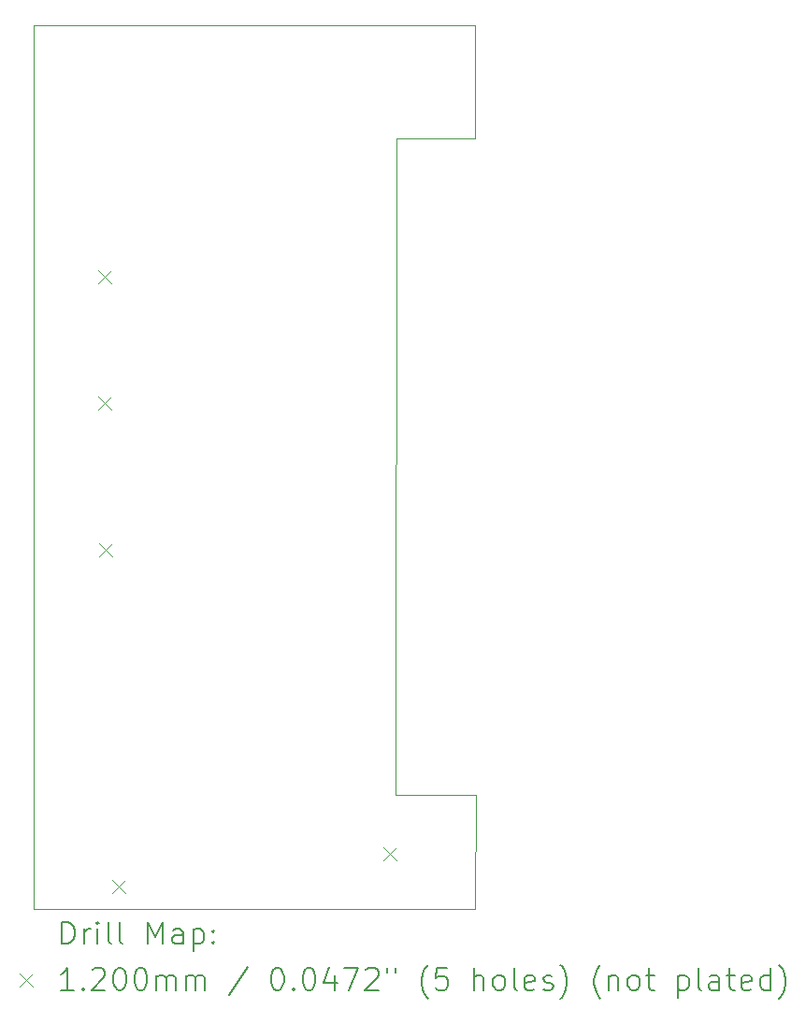
<source format=gbr>
%TF.GenerationSoftware,KiCad,Pcbnew,7.0.10*%
%TF.CreationDate,2024-02-04T23:07:43+01:00*%
%TF.ProjectId,splitflappcb,73706c69-7466-46c6-9170-7063622e6b69,rev?*%
%TF.SameCoordinates,Original*%
%TF.FileFunction,Drillmap*%
%TF.FilePolarity,Positive*%
%FSLAX45Y45*%
G04 Gerber Fmt 4.5, Leading zero omitted, Abs format (unit mm)*
G04 Created by KiCad (PCBNEW 7.0.10) date 2024-02-04 23:07:43*
%MOMM*%
%LPD*%
G01*
G04 APERTURE LIST*
%ADD10C,0.100000*%
%ADD11C,0.200000*%
%ADD12C,0.120000*%
G04 APERTURE END LIST*
D10*
X6700000Y-4700000D02*
X10700000Y-4700000D01*
X10696000Y-5728000D02*
X9982000Y-5728000D01*
X9982000Y-5728000D02*
X9978000Y-11672000D01*
X10700000Y-12700000D02*
X6700000Y-12700000D01*
X6700000Y-12700000D02*
X6700000Y-4700000D01*
X10701000Y-11672000D02*
X10700000Y-12700000D01*
X9978000Y-11672000D02*
X10701000Y-11672000D01*
X10696000Y-5728000D02*
X10700000Y-4700000D01*
D11*
D12*
X7285000Y-6916000D02*
X7405000Y-7036000D01*
X7405000Y-6916000D02*
X7285000Y-7036000D01*
X7286500Y-8063000D02*
X7406500Y-8183000D01*
X7406500Y-8063000D02*
X7286500Y-8183000D01*
X7291000Y-9391000D02*
X7411000Y-9511000D01*
X7411000Y-9391000D02*
X7291000Y-9511000D01*
X7412000Y-12437000D02*
X7532000Y-12557000D01*
X7532000Y-12437000D02*
X7412000Y-12557000D01*
X9868000Y-12141000D02*
X9988000Y-12261000D01*
X9988000Y-12141000D02*
X9868000Y-12261000D01*
D11*
X6955777Y-13016484D02*
X6955777Y-12816484D01*
X6955777Y-12816484D02*
X7003396Y-12816484D01*
X7003396Y-12816484D02*
X7031967Y-12826008D01*
X7031967Y-12826008D02*
X7051015Y-12845055D01*
X7051015Y-12845055D02*
X7060539Y-12864103D01*
X7060539Y-12864103D02*
X7070062Y-12902198D01*
X7070062Y-12902198D02*
X7070062Y-12930769D01*
X7070062Y-12930769D02*
X7060539Y-12968865D01*
X7060539Y-12968865D02*
X7051015Y-12987912D01*
X7051015Y-12987912D02*
X7031967Y-13006960D01*
X7031967Y-13006960D02*
X7003396Y-13016484D01*
X7003396Y-13016484D02*
X6955777Y-13016484D01*
X7155777Y-13016484D02*
X7155777Y-12883150D01*
X7155777Y-12921246D02*
X7165301Y-12902198D01*
X7165301Y-12902198D02*
X7174824Y-12892674D01*
X7174824Y-12892674D02*
X7193872Y-12883150D01*
X7193872Y-12883150D02*
X7212920Y-12883150D01*
X7279586Y-13016484D02*
X7279586Y-12883150D01*
X7279586Y-12816484D02*
X7270062Y-12826008D01*
X7270062Y-12826008D02*
X7279586Y-12835531D01*
X7279586Y-12835531D02*
X7289110Y-12826008D01*
X7289110Y-12826008D02*
X7279586Y-12816484D01*
X7279586Y-12816484D02*
X7279586Y-12835531D01*
X7403396Y-13016484D02*
X7384348Y-13006960D01*
X7384348Y-13006960D02*
X7374824Y-12987912D01*
X7374824Y-12987912D02*
X7374824Y-12816484D01*
X7508158Y-13016484D02*
X7489110Y-13006960D01*
X7489110Y-13006960D02*
X7479586Y-12987912D01*
X7479586Y-12987912D02*
X7479586Y-12816484D01*
X7736729Y-13016484D02*
X7736729Y-12816484D01*
X7736729Y-12816484D02*
X7803396Y-12959341D01*
X7803396Y-12959341D02*
X7870062Y-12816484D01*
X7870062Y-12816484D02*
X7870062Y-13016484D01*
X8051015Y-13016484D02*
X8051015Y-12911722D01*
X8051015Y-12911722D02*
X8041491Y-12892674D01*
X8041491Y-12892674D02*
X8022443Y-12883150D01*
X8022443Y-12883150D02*
X7984348Y-12883150D01*
X7984348Y-12883150D02*
X7965301Y-12892674D01*
X8051015Y-13006960D02*
X8031967Y-13016484D01*
X8031967Y-13016484D02*
X7984348Y-13016484D01*
X7984348Y-13016484D02*
X7965301Y-13006960D01*
X7965301Y-13006960D02*
X7955777Y-12987912D01*
X7955777Y-12987912D02*
X7955777Y-12968865D01*
X7955777Y-12968865D02*
X7965301Y-12949817D01*
X7965301Y-12949817D02*
X7984348Y-12940293D01*
X7984348Y-12940293D02*
X8031967Y-12940293D01*
X8031967Y-12940293D02*
X8051015Y-12930769D01*
X8146253Y-12883150D02*
X8146253Y-13083150D01*
X8146253Y-12892674D02*
X8165301Y-12883150D01*
X8165301Y-12883150D02*
X8203396Y-12883150D01*
X8203396Y-12883150D02*
X8222443Y-12892674D01*
X8222443Y-12892674D02*
X8231967Y-12902198D01*
X8231967Y-12902198D02*
X8241491Y-12921246D01*
X8241491Y-12921246D02*
X8241491Y-12978388D01*
X8241491Y-12978388D02*
X8231967Y-12997436D01*
X8231967Y-12997436D02*
X8222443Y-13006960D01*
X8222443Y-13006960D02*
X8203396Y-13016484D01*
X8203396Y-13016484D02*
X8165301Y-13016484D01*
X8165301Y-13016484D02*
X8146253Y-13006960D01*
X8327205Y-12997436D02*
X8336729Y-13006960D01*
X8336729Y-13006960D02*
X8327205Y-13016484D01*
X8327205Y-13016484D02*
X8317682Y-13006960D01*
X8317682Y-13006960D02*
X8327205Y-12997436D01*
X8327205Y-12997436D02*
X8327205Y-13016484D01*
X8327205Y-12892674D02*
X8336729Y-12902198D01*
X8336729Y-12902198D02*
X8327205Y-12911722D01*
X8327205Y-12911722D02*
X8317682Y-12902198D01*
X8317682Y-12902198D02*
X8327205Y-12892674D01*
X8327205Y-12892674D02*
X8327205Y-12911722D01*
D12*
X6575000Y-13285000D02*
X6695000Y-13405000D01*
X6695000Y-13285000D02*
X6575000Y-13405000D01*
D11*
X7060539Y-13436484D02*
X6946253Y-13436484D01*
X7003396Y-13436484D02*
X7003396Y-13236484D01*
X7003396Y-13236484D02*
X6984348Y-13265055D01*
X6984348Y-13265055D02*
X6965301Y-13284103D01*
X6965301Y-13284103D02*
X6946253Y-13293627D01*
X7146253Y-13417436D02*
X7155777Y-13426960D01*
X7155777Y-13426960D02*
X7146253Y-13436484D01*
X7146253Y-13436484D02*
X7136729Y-13426960D01*
X7136729Y-13426960D02*
X7146253Y-13417436D01*
X7146253Y-13417436D02*
X7146253Y-13436484D01*
X7231967Y-13255531D02*
X7241491Y-13246008D01*
X7241491Y-13246008D02*
X7260539Y-13236484D01*
X7260539Y-13236484D02*
X7308158Y-13236484D01*
X7308158Y-13236484D02*
X7327205Y-13246008D01*
X7327205Y-13246008D02*
X7336729Y-13255531D01*
X7336729Y-13255531D02*
X7346253Y-13274579D01*
X7346253Y-13274579D02*
X7346253Y-13293627D01*
X7346253Y-13293627D02*
X7336729Y-13322198D01*
X7336729Y-13322198D02*
X7222443Y-13436484D01*
X7222443Y-13436484D02*
X7346253Y-13436484D01*
X7470062Y-13236484D02*
X7489110Y-13236484D01*
X7489110Y-13236484D02*
X7508158Y-13246008D01*
X7508158Y-13246008D02*
X7517682Y-13255531D01*
X7517682Y-13255531D02*
X7527205Y-13274579D01*
X7527205Y-13274579D02*
X7536729Y-13312674D01*
X7536729Y-13312674D02*
X7536729Y-13360293D01*
X7536729Y-13360293D02*
X7527205Y-13398388D01*
X7527205Y-13398388D02*
X7517682Y-13417436D01*
X7517682Y-13417436D02*
X7508158Y-13426960D01*
X7508158Y-13426960D02*
X7489110Y-13436484D01*
X7489110Y-13436484D02*
X7470062Y-13436484D01*
X7470062Y-13436484D02*
X7451015Y-13426960D01*
X7451015Y-13426960D02*
X7441491Y-13417436D01*
X7441491Y-13417436D02*
X7431967Y-13398388D01*
X7431967Y-13398388D02*
X7422443Y-13360293D01*
X7422443Y-13360293D02*
X7422443Y-13312674D01*
X7422443Y-13312674D02*
X7431967Y-13274579D01*
X7431967Y-13274579D02*
X7441491Y-13255531D01*
X7441491Y-13255531D02*
X7451015Y-13246008D01*
X7451015Y-13246008D02*
X7470062Y-13236484D01*
X7660539Y-13236484D02*
X7679586Y-13236484D01*
X7679586Y-13236484D02*
X7698634Y-13246008D01*
X7698634Y-13246008D02*
X7708158Y-13255531D01*
X7708158Y-13255531D02*
X7717682Y-13274579D01*
X7717682Y-13274579D02*
X7727205Y-13312674D01*
X7727205Y-13312674D02*
X7727205Y-13360293D01*
X7727205Y-13360293D02*
X7717682Y-13398388D01*
X7717682Y-13398388D02*
X7708158Y-13417436D01*
X7708158Y-13417436D02*
X7698634Y-13426960D01*
X7698634Y-13426960D02*
X7679586Y-13436484D01*
X7679586Y-13436484D02*
X7660539Y-13436484D01*
X7660539Y-13436484D02*
X7641491Y-13426960D01*
X7641491Y-13426960D02*
X7631967Y-13417436D01*
X7631967Y-13417436D02*
X7622443Y-13398388D01*
X7622443Y-13398388D02*
X7612920Y-13360293D01*
X7612920Y-13360293D02*
X7612920Y-13312674D01*
X7612920Y-13312674D02*
X7622443Y-13274579D01*
X7622443Y-13274579D02*
X7631967Y-13255531D01*
X7631967Y-13255531D02*
X7641491Y-13246008D01*
X7641491Y-13246008D02*
X7660539Y-13236484D01*
X7812920Y-13436484D02*
X7812920Y-13303150D01*
X7812920Y-13322198D02*
X7822443Y-13312674D01*
X7822443Y-13312674D02*
X7841491Y-13303150D01*
X7841491Y-13303150D02*
X7870063Y-13303150D01*
X7870063Y-13303150D02*
X7889110Y-13312674D01*
X7889110Y-13312674D02*
X7898634Y-13331722D01*
X7898634Y-13331722D02*
X7898634Y-13436484D01*
X7898634Y-13331722D02*
X7908158Y-13312674D01*
X7908158Y-13312674D02*
X7927205Y-13303150D01*
X7927205Y-13303150D02*
X7955777Y-13303150D01*
X7955777Y-13303150D02*
X7974824Y-13312674D01*
X7974824Y-13312674D02*
X7984348Y-13331722D01*
X7984348Y-13331722D02*
X7984348Y-13436484D01*
X8079586Y-13436484D02*
X8079586Y-13303150D01*
X8079586Y-13322198D02*
X8089110Y-13312674D01*
X8089110Y-13312674D02*
X8108158Y-13303150D01*
X8108158Y-13303150D02*
X8136729Y-13303150D01*
X8136729Y-13303150D02*
X8155777Y-13312674D01*
X8155777Y-13312674D02*
X8165301Y-13331722D01*
X8165301Y-13331722D02*
X8165301Y-13436484D01*
X8165301Y-13331722D02*
X8174824Y-13312674D01*
X8174824Y-13312674D02*
X8193872Y-13303150D01*
X8193872Y-13303150D02*
X8222443Y-13303150D01*
X8222443Y-13303150D02*
X8241491Y-13312674D01*
X8241491Y-13312674D02*
X8251015Y-13331722D01*
X8251015Y-13331722D02*
X8251015Y-13436484D01*
X8641491Y-13226960D02*
X8470063Y-13484103D01*
X8898634Y-13236484D02*
X8917682Y-13236484D01*
X8917682Y-13236484D02*
X8936729Y-13246008D01*
X8936729Y-13246008D02*
X8946253Y-13255531D01*
X8946253Y-13255531D02*
X8955777Y-13274579D01*
X8955777Y-13274579D02*
X8965301Y-13312674D01*
X8965301Y-13312674D02*
X8965301Y-13360293D01*
X8965301Y-13360293D02*
X8955777Y-13398388D01*
X8955777Y-13398388D02*
X8946253Y-13417436D01*
X8946253Y-13417436D02*
X8936729Y-13426960D01*
X8936729Y-13426960D02*
X8917682Y-13436484D01*
X8917682Y-13436484D02*
X8898634Y-13436484D01*
X8898634Y-13436484D02*
X8879587Y-13426960D01*
X8879587Y-13426960D02*
X8870063Y-13417436D01*
X8870063Y-13417436D02*
X8860539Y-13398388D01*
X8860539Y-13398388D02*
X8851015Y-13360293D01*
X8851015Y-13360293D02*
X8851015Y-13312674D01*
X8851015Y-13312674D02*
X8860539Y-13274579D01*
X8860539Y-13274579D02*
X8870063Y-13255531D01*
X8870063Y-13255531D02*
X8879587Y-13246008D01*
X8879587Y-13246008D02*
X8898634Y-13236484D01*
X9051015Y-13417436D02*
X9060539Y-13426960D01*
X9060539Y-13426960D02*
X9051015Y-13436484D01*
X9051015Y-13436484D02*
X9041491Y-13426960D01*
X9041491Y-13426960D02*
X9051015Y-13417436D01*
X9051015Y-13417436D02*
X9051015Y-13436484D01*
X9184348Y-13236484D02*
X9203396Y-13236484D01*
X9203396Y-13236484D02*
X9222444Y-13246008D01*
X9222444Y-13246008D02*
X9231968Y-13255531D01*
X9231968Y-13255531D02*
X9241491Y-13274579D01*
X9241491Y-13274579D02*
X9251015Y-13312674D01*
X9251015Y-13312674D02*
X9251015Y-13360293D01*
X9251015Y-13360293D02*
X9241491Y-13398388D01*
X9241491Y-13398388D02*
X9231968Y-13417436D01*
X9231968Y-13417436D02*
X9222444Y-13426960D01*
X9222444Y-13426960D02*
X9203396Y-13436484D01*
X9203396Y-13436484D02*
X9184348Y-13436484D01*
X9184348Y-13436484D02*
X9165301Y-13426960D01*
X9165301Y-13426960D02*
X9155777Y-13417436D01*
X9155777Y-13417436D02*
X9146253Y-13398388D01*
X9146253Y-13398388D02*
X9136729Y-13360293D01*
X9136729Y-13360293D02*
X9136729Y-13312674D01*
X9136729Y-13312674D02*
X9146253Y-13274579D01*
X9146253Y-13274579D02*
X9155777Y-13255531D01*
X9155777Y-13255531D02*
X9165301Y-13246008D01*
X9165301Y-13246008D02*
X9184348Y-13236484D01*
X9422444Y-13303150D02*
X9422444Y-13436484D01*
X9374825Y-13226960D02*
X9327206Y-13369817D01*
X9327206Y-13369817D02*
X9451015Y-13369817D01*
X9508158Y-13236484D02*
X9641491Y-13236484D01*
X9641491Y-13236484D02*
X9555777Y-13436484D01*
X9708158Y-13255531D02*
X9717682Y-13246008D01*
X9717682Y-13246008D02*
X9736729Y-13236484D01*
X9736729Y-13236484D02*
X9784349Y-13236484D01*
X9784349Y-13236484D02*
X9803396Y-13246008D01*
X9803396Y-13246008D02*
X9812920Y-13255531D01*
X9812920Y-13255531D02*
X9822444Y-13274579D01*
X9822444Y-13274579D02*
X9822444Y-13293627D01*
X9822444Y-13293627D02*
X9812920Y-13322198D01*
X9812920Y-13322198D02*
X9698634Y-13436484D01*
X9698634Y-13436484D02*
X9822444Y-13436484D01*
X9898634Y-13236484D02*
X9898634Y-13274579D01*
X9974825Y-13236484D02*
X9974825Y-13274579D01*
X10270063Y-13512674D02*
X10260539Y-13503150D01*
X10260539Y-13503150D02*
X10241491Y-13474579D01*
X10241491Y-13474579D02*
X10231968Y-13455531D01*
X10231968Y-13455531D02*
X10222444Y-13426960D01*
X10222444Y-13426960D02*
X10212920Y-13379341D01*
X10212920Y-13379341D02*
X10212920Y-13341246D01*
X10212920Y-13341246D02*
X10222444Y-13293627D01*
X10222444Y-13293627D02*
X10231968Y-13265055D01*
X10231968Y-13265055D02*
X10241491Y-13246008D01*
X10241491Y-13246008D02*
X10260539Y-13217436D01*
X10260539Y-13217436D02*
X10270063Y-13207912D01*
X10441491Y-13236484D02*
X10346253Y-13236484D01*
X10346253Y-13236484D02*
X10336730Y-13331722D01*
X10336730Y-13331722D02*
X10346253Y-13322198D01*
X10346253Y-13322198D02*
X10365301Y-13312674D01*
X10365301Y-13312674D02*
X10412920Y-13312674D01*
X10412920Y-13312674D02*
X10431968Y-13322198D01*
X10431968Y-13322198D02*
X10441491Y-13331722D01*
X10441491Y-13331722D02*
X10451015Y-13350769D01*
X10451015Y-13350769D02*
X10451015Y-13398388D01*
X10451015Y-13398388D02*
X10441491Y-13417436D01*
X10441491Y-13417436D02*
X10431968Y-13426960D01*
X10431968Y-13426960D02*
X10412920Y-13436484D01*
X10412920Y-13436484D02*
X10365301Y-13436484D01*
X10365301Y-13436484D02*
X10346253Y-13426960D01*
X10346253Y-13426960D02*
X10336730Y-13417436D01*
X10689111Y-13436484D02*
X10689111Y-13236484D01*
X10774825Y-13436484D02*
X10774825Y-13331722D01*
X10774825Y-13331722D02*
X10765301Y-13312674D01*
X10765301Y-13312674D02*
X10746253Y-13303150D01*
X10746253Y-13303150D02*
X10717682Y-13303150D01*
X10717682Y-13303150D02*
X10698634Y-13312674D01*
X10698634Y-13312674D02*
X10689111Y-13322198D01*
X10898634Y-13436484D02*
X10879587Y-13426960D01*
X10879587Y-13426960D02*
X10870063Y-13417436D01*
X10870063Y-13417436D02*
X10860539Y-13398388D01*
X10860539Y-13398388D02*
X10860539Y-13341246D01*
X10860539Y-13341246D02*
X10870063Y-13322198D01*
X10870063Y-13322198D02*
X10879587Y-13312674D01*
X10879587Y-13312674D02*
X10898634Y-13303150D01*
X10898634Y-13303150D02*
X10927206Y-13303150D01*
X10927206Y-13303150D02*
X10946253Y-13312674D01*
X10946253Y-13312674D02*
X10955777Y-13322198D01*
X10955777Y-13322198D02*
X10965301Y-13341246D01*
X10965301Y-13341246D02*
X10965301Y-13398388D01*
X10965301Y-13398388D02*
X10955777Y-13417436D01*
X10955777Y-13417436D02*
X10946253Y-13426960D01*
X10946253Y-13426960D02*
X10927206Y-13436484D01*
X10927206Y-13436484D02*
X10898634Y-13436484D01*
X11079587Y-13436484D02*
X11060539Y-13426960D01*
X11060539Y-13426960D02*
X11051015Y-13407912D01*
X11051015Y-13407912D02*
X11051015Y-13236484D01*
X11231968Y-13426960D02*
X11212920Y-13436484D01*
X11212920Y-13436484D02*
X11174825Y-13436484D01*
X11174825Y-13436484D02*
X11155777Y-13426960D01*
X11155777Y-13426960D02*
X11146253Y-13407912D01*
X11146253Y-13407912D02*
X11146253Y-13331722D01*
X11146253Y-13331722D02*
X11155777Y-13312674D01*
X11155777Y-13312674D02*
X11174825Y-13303150D01*
X11174825Y-13303150D02*
X11212920Y-13303150D01*
X11212920Y-13303150D02*
X11231968Y-13312674D01*
X11231968Y-13312674D02*
X11241491Y-13331722D01*
X11241491Y-13331722D02*
X11241491Y-13350769D01*
X11241491Y-13350769D02*
X11146253Y-13369817D01*
X11317682Y-13426960D02*
X11336730Y-13436484D01*
X11336730Y-13436484D02*
X11374825Y-13436484D01*
X11374825Y-13436484D02*
X11393872Y-13426960D01*
X11393872Y-13426960D02*
X11403396Y-13407912D01*
X11403396Y-13407912D02*
X11403396Y-13398388D01*
X11403396Y-13398388D02*
X11393872Y-13379341D01*
X11393872Y-13379341D02*
X11374825Y-13369817D01*
X11374825Y-13369817D02*
X11346253Y-13369817D01*
X11346253Y-13369817D02*
X11327206Y-13360293D01*
X11327206Y-13360293D02*
X11317682Y-13341246D01*
X11317682Y-13341246D02*
X11317682Y-13331722D01*
X11317682Y-13331722D02*
X11327206Y-13312674D01*
X11327206Y-13312674D02*
X11346253Y-13303150D01*
X11346253Y-13303150D02*
X11374825Y-13303150D01*
X11374825Y-13303150D02*
X11393872Y-13312674D01*
X11470063Y-13512674D02*
X11479587Y-13503150D01*
X11479587Y-13503150D02*
X11498634Y-13474579D01*
X11498634Y-13474579D02*
X11508158Y-13455531D01*
X11508158Y-13455531D02*
X11517682Y-13426960D01*
X11517682Y-13426960D02*
X11527206Y-13379341D01*
X11527206Y-13379341D02*
X11527206Y-13341246D01*
X11527206Y-13341246D02*
X11517682Y-13293627D01*
X11517682Y-13293627D02*
X11508158Y-13265055D01*
X11508158Y-13265055D02*
X11498634Y-13246008D01*
X11498634Y-13246008D02*
X11479587Y-13217436D01*
X11479587Y-13217436D02*
X11470063Y-13207912D01*
X11831968Y-13512674D02*
X11822444Y-13503150D01*
X11822444Y-13503150D02*
X11803396Y-13474579D01*
X11803396Y-13474579D02*
X11793872Y-13455531D01*
X11793872Y-13455531D02*
X11784349Y-13426960D01*
X11784349Y-13426960D02*
X11774825Y-13379341D01*
X11774825Y-13379341D02*
X11774825Y-13341246D01*
X11774825Y-13341246D02*
X11784349Y-13293627D01*
X11784349Y-13293627D02*
X11793872Y-13265055D01*
X11793872Y-13265055D02*
X11803396Y-13246008D01*
X11803396Y-13246008D02*
X11822444Y-13217436D01*
X11822444Y-13217436D02*
X11831968Y-13207912D01*
X11908158Y-13303150D02*
X11908158Y-13436484D01*
X11908158Y-13322198D02*
X11917682Y-13312674D01*
X11917682Y-13312674D02*
X11936730Y-13303150D01*
X11936730Y-13303150D02*
X11965301Y-13303150D01*
X11965301Y-13303150D02*
X11984349Y-13312674D01*
X11984349Y-13312674D02*
X11993872Y-13331722D01*
X11993872Y-13331722D02*
X11993872Y-13436484D01*
X12117682Y-13436484D02*
X12098634Y-13426960D01*
X12098634Y-13426960D02*
X12089111Y-13417436D01*
X12089111Y-13417436D02*
X12079587Y-13398388D01*
X12079587Y-13398388D02*
X12079587Y-13341246D01*
X12079587Y-13341246D02*
X12089111Y-13322198D01*
X12089111Y-13322198D02*
X12098634Y-13312674D01*
X12098634Y-13312674D02*
X12117682Y-13303150D01*
X12117682Y-13303150D02*
X12146253Y-13303150D01*
X12146253Y-13303150D02*
X12165301Y-13312674D01*
X12165301Y-13312674D02*
X12174825Y-13322198D01*
X12174825Y-13322198D02*
X12184349Y-13341246D01*
X12184349Y-13341246D02*
X12184349Y-13398388D01*
X12184349Y-13398388D02*
X12174825Y-13417436D01*
X12174825Y-13417436D02*
X12165301Y-13426960D01*
X12165301Y-13426960D02*
X12146253Y-13436484D01*
X12146253Y-13436484D02*
X12117682Y-13436484D01*
X12241492Y-13303150D02*
X12317682Y-13303150D01*
X12270063Y-13236484D02*
X12270063Y-13407912D01*
X12270063Y-13407912D02*
X12279587Y-13426960D01*
X12279587Y-13426960D02*
X12298634Y-13436484D01*
X12298634Y-13436484D02*
X12317682Y-13436484D01*
X12536730Y-13303150D02*
X12536730Y-13503150D01*
X12536730Y-13312674D02*
X12555777Y-13303150D01*
X12555777Y-13303150D02*
X12593873Y-13303150D01*
X12593873Y-13303150D02*
X12612920Y-13312674D01*
X12612920Y-13312674D02*
X12622444Y-13322198D01*
X12622444Y-13322198D02*
X12631968Y-13341246D01*
X12631968Y-13341246D02*
X12631968Y-13398388D01*
X12631968Y-13398388D02*
X12622444Y-13417436D01*
X12622444Y-13417436D02*
X12612920Y-13426960D01*
X12612920Y-13426960D02*
X12593873Y-13436484D01*
X12593873Y-13436484D02*
X12555777Y-13436484D01*
X12555777Y-13436484D02*
X12536730Y-13426960D01*
X12746253Y-13436484D02*
X12727206Y-13426960D01*
X12727206Y-13426960D02*
X12717682Y-13407912D01*
X12717682Y-13407912D02*
X12717682Y-13236484D01*
X12908158Y-13436484D02*
X12908158Y-13331722D01*
X12908158Y-13331722D02*
X12898634Y-13312674D01*
X12898634Y-13312674D02*
X12879587Y-13303150D01*
X12879587Y-13303150D02*
X12841492Y-13303150D01*
X12841492Y-13303150D02*
X12822444Y-13312674D01*
X12908158Y-13426960D02*
X12889111Y-13436484D01*
X12889111Y-13436484D02*
X12841492Y-13436484D01*
X12841492Y-13436484D02*
X12822444Y-13426960D01*
X12822444Y-13426960D02*
X12812920Y-13407912D01*
X12812920Y-13407912D02*
X12812920Y-13388865D01*
X12812920Y-13388865D02*
X12822444Y-13369817D01*
X12822444Y-13369817D02*
X12841492Y-13360293D01*
X12841492Y-13360293D02*
X12889111Y-13360293D01*
X12889111Y-13360293D02*
X12908158Y-13350769D01*
X12974825Y-13303150D02*
X13051015Y-13303150D01*
X13003396Y-13236484D02*
X13003396Y-13407912D01*
X13003396Y-13407912D02*
X13012920Y-13426960D01*
X13012920Y-13426960D02*
X13031968Y-13436484D01*
X13031968Y-13436484D02*
X13051015Y-13436484D01*
X13193873Y-13426960D02*
X13174825Y-13436484D01*
X13174825Y-13436484D02*
X13136730Y-13436484D01*
X13136730Y-13436484D02*
X13117682Y-13426960D01*
X13117682Y-13426960D02*
X13108158Y-13407912D01*
X13108158Y-13407912D02*
X13108158Y-13331722D01*
X13108158Y-13331722D02*
X13117682Y-13312674D01*
X13117682Y-13312674D02*
X13136730Y-13303150D01*
X13136730Y-13303150D02*
X13174825Y-13303150D01*
X13174825Y-13303150D02*
X13193873Y-13312674D01*
X13193873Y-13312674D02*
X13203396Y-13331722D01*
X13203396Y-13331722D02*
X13203396Y-13350769D01*
X13203396Y-13350769D02*
X13108158Y-13369817D01*
X13374825Y-13436484D02*
X13374825Y-13236484D01*
X13374825Y-13426960D02*
X13355777Y-13436484D01*
X13355777Y-13436484D02*
X13317682Y-13436484D01*
X13317682Y-13436484D02*
X13298634Y-13426960D01*
X13298634Y-13426960D02*
X13289111Y-13417436D01*
X13289111Y-13417436D02*
X13279587Y-13398388D01*
X13279587Y-13398388D02*
X13279587Y-13341246D01*
X13279587Y-13341246D02*
X13289111Y-13322198D01*
X13289111Y-13322198D02*
X13298634Y-13312674D01*
X13298634Y-13312674D02*
X13317682Y-13303150D01*
X13317682Y-13303150D02*
X13355777Y-13303150D01*
X13355777Y-13303150D02*
X13374825Y-13312674D01*
X13451015Y-13512674D02*
X13460539Y-13503150D01*
X13460539Y-13503150D02*
X13479587Y-13474579D01*
X13479587Y-13474579D02*
X13489111Y-13455531D01*
X13489111Y-13455531D02*
X13498634Y-13426960D01*
X13498634Y-13426960D02*
X13508158Y-13379341D01*
X13508158Y-13379341D02*
X13508158Y-13341246D01*
X13508158Y-13341246D02*
X13498634Y-13293627D01*
X13498634Y-13293627D02*
X13489111Y-13265055D01*
X13489111Y-13265055D02*
X13479587Y-13246008D01*
X13479587Y-13246008D02*
X13460539Y-13217436D01*
X13460539Y-13217436D02*
X13451015Y-13207912D01*
M02*

</source>
